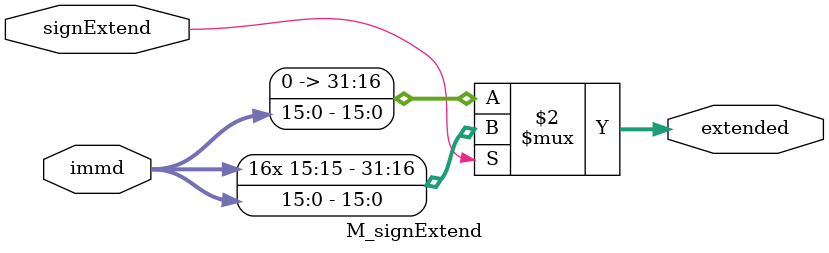
<source format=v>

module M_signExtend (
input [15:0] immd,
input signExtend,
output [31:0] extended
);

assign extended = (signExtend == 1) ? ({{16{immd[15]}}, immd}) : ({{16{1'b0}}, immd});
endmodule 



</source>
